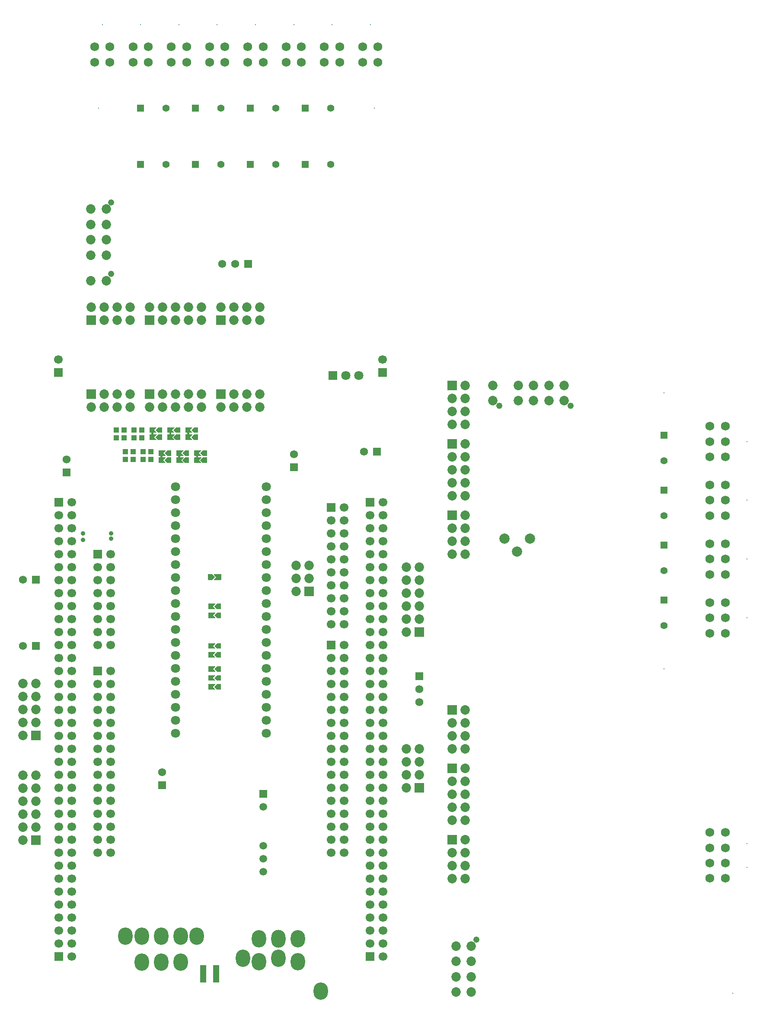
<source format=gbs>
G04*
G04 #@! TF.GenerationSoftware,Altium Limited,Altium Designer,25.8.1 (18)*
G04*
G04 Layer_Color=16711935*
%FSLAX25Y25*%
%MOIN*%
G70*
G04*
G04 #@! TF.SameCoordinates,F384F0F7-549D-428C-8488-93E715E2066E*
G04*
G04*
G04 #@! TF.FilePolarity,Negative*
G04*
G01*
G75*
%ADD81R,0.04343X0.04147*%
%ADD96R,0.07296X0.07296*%
%ADD97C,0.07296*%
%ADD98R,0.07296X0.07296*%
%ADD99R,0.06181X0.06181*%
%ADD100C,0.06181*%
%ADD101C,0.05871*%
%ADD102C,0.06800*%
%ADD103C,0.07119*%
%ADD104C,0.05524*%
%ADD105C,0.06693*%
%ADD106R,0.06693X0.06693*%
%ADD107R,0.06693X0.06693*%
%ADD108C,0.07099*%
%ADD109C,0.07874*%
%ADD110R,0.07119X0.07119*%
%ADD111R,0.06181X0.06181*%
%ADD112C,0.00800*%
%ADD113C,0.04816*%
%ADD114C,0.04800*%
%ADD115R,0.05524X0.05524*%
%ADD116R,0.05871X0.05871*%
%ADD117O,0.11024X0.13386*%
%ADD118O,0.11024X0.13780*%
%ADD119R,0.05524X0.05524*%
%ADD120C,0.03600*%
%ADD172R,0.04816X0.13280*%
G36*
X143535Y473580D02*
X143564Y473571D01*
X143592Y473557D01*
X143616Y473537D01*
X143635Y473513D01*
X143650Y473486D01*
X143659Y473456D01*
X143662Y473425D01*
Y469488D01*
X143659Y469457D01*
X143650Y469428D01*
X143635Y469400D01*
X143616Y469376D01*
X143592Y469357D01*
X143564Y469342D01*
X143535Y469333D01*
X143504Y469330D01*
X140654D01*
X140623Y469333D01*
X140594Y469342D01*
X140580Y469349D01*
X140566Y469357D01*
X140542Y469376D01*
X138574Y471345D01*
X138554Y471369D01*
X138540Y471396D01*
X138531Y471426D01*
X138528Y471457D01*
Y471457D01*
X138531Y471488D01*
X138540Y471517D01*
X138547Y471531D01*
X138554Y471545D01*
X138574Y471569D01*
X140542Y473537D01*
X140566Y473557D01*
X140594Y473571D01*
X140623Y473580D01*
X140654Y473583D01*
X140654Y473583D01*
X142126D01*
X143504Y473583D01*
X143535Y473580D01*
D02*
G37*
G36*
X129755D02*
X129785Y473571D01*
X129812Y473557D01*
X129836Y473537D01*
X129856Y473513D01*
X129871Y473486D01*
X129880Y473456D01*
X129883Y473425D01*
Y469488D01*
X129880Y469457D01*
X129871Y469428D01*
X129856Y469400D01*
X129836Y469376D01*
X129812Y469357D01*
X129785Y469342D01*
X129755Y469333D01*
X129724Y469330D01*
X126875D01*
X126844Y469333D01*
X126814Y469342D01*
X126801Y469349D01*
X126787Y469357D01*
X126763Y469376D01*
X124794Y471345D01*
X124775Y471369D01*
X124760Y471396D01*
X124751Y471426D01*
X124748Y471457D01*
Y471457D01*
X124751Y471488D01*
X124760Y471517D01*
X124767Y471531D01*
X124775Y471545D01*
X124794Y471569D01*
X126763Y473537D01*
X126787Y473557D01*
X126814Y473571D01*
X126844Y473580D01*
X126875Y473583D01*
X126875Y473583D01*
X128346D01*
X129724Y473583D01*
X129755Y473580D01*
D02*
G37*
G36*
X115976D02*
X116005Y473571D01*
X116033Y473557D01*
X116057Y473537D01*
X116076Y473513D01*
X116091Y473486D01*
X116100Y473456D01*
X116103Y473425D01*
Y469488D01*
X116100Y469457D01*
X116091Y469428D01*
X116076Y469400D01*
X116057Y469376D01*
X116033Y469357D01*
X116005Y469342D01*
X115976Y469333D01*
X115945Y469330D01*
X113095D01*
X113064Y469333D01*
X113035Y469342D01*
X113021Y469349D01*
X113007Y469357D01*
X112983Y469376D01*
X111015Y471345D01*
X110995Y471369D01*
X110981Y471396D01*
X110972Y471426D01*
X110968Y471457D01*
Y471457D01*
X110972Y471488D01*
X110981Y471517D01*
X110988Y471531D01*
X110995Y471545D01*
X111015Y471569D01*
X112983Y473537D01*
X113007Y473557D01*
X113035Y473571D01*
X113064Y473580D01*
X113095Y473583D01*
X113095Y473583D01*
X114567D01*
X115945Y473583D01*
X115976Y473580D01*
D02*
G37*
G36*
X143535Y468069D02*
X143564Y468060D01*
X143592Y468045D01*
X143616Y468025D01*
X143635Y468001D01*
X143650Y467974D01*
X143659Y467944D01*
X143662Y467913D01*
Y463976D01*
X143659Y463945D01*
X143650Y463916D01*
X143635Y463889D01*
X143616Y463865D01*
X143592Y463845D01*
X143564Y463830D01*
X143535Y463821D01*
X143504Y463818D01*
X140654D01*
X140623Y463821D01*
X140594Y463830D01*
X140580Y463837D01*
X140566Y463845D01*
X140542Y463865D01*
X138574Y465833D01*
X138554Y465857D01*
X138540Y465884D01*
X138531Y465914D01*
X138528Y465945D01*
Y465945D01*
X138531Y465976D01*
X138540Y466006D01*
X138547Y466019D01*
X138554Y466033D01*
X138574Y466057D01*
X140542Y468025D01*
X140566Y468045D01*
X140594Y468060D01*
X140623Y468069D01*
X140654Y468072D01*
X140654Y468072D01*
X142126D01*
X143504Y468072D01*
X143535Y468069D01*
D02*
G37*
G36*
X129755D02*
X129785Y468060D01*
X129812Y468045D01*
X129836Y468025D01*
X129856Y468001D01*
X129871Y467974D01*
X129880Y467944D01*
X129883Y467913D01*
Y463976D01*
X129880Y463945D01*
X129871Y463916D01*
X129856Y463889D01*
X129836Y463865D01*
X129812Y463845D01*
X129785Y463830D01*
X129755Y463821D01*
X129724Y463818D01*
X126875D01*
X126844Y463821D01*
X126814Y463830D01*
X126801Y463837D01*
X126787Y463845D01*
X126763Y463865D01*
X124794Y465833D01*
X124775Y465857D01*
X124760Y465884D01*
X124751Y465914D01*
X124748Y465945D01*
Y465945D01*
X124751Y465976D01*
X124760Y466006D01*
X124767Y466019D01*
X124775Y466033D01*
X124794Y466057D01*
X126763Y468025D01*
X126787Y468045D01*
X126814Y468060D01*
X126844Y468069D01*
X126875Y468072D01*
X126875Y468072D01*
X128346D01*
X129724Y468072D01*
X129755Y468069D01*
D02*
G37*
G36*
X115976D02*
X116005Y468060D01*
X116033Y468045D01*
X116057Y468025D01*
X116076Y468001D01*
X116091Y467974D01*
X116100Y467944D01*
X116103Y467913D01*
Y463976D01*
X116100Y463945D01*
X116091Y463916D01*
X116076Y463889D01*
X116057Y463865D01*
X116033Y463845D01*
X116005Y463830D01*
X115976Y463821D01*
X115945Y463818D01*
X113095D01*
X113064Y463821D01*
X113035Y463830D01*
X113021Y463837D01*
X113007Y463845D01*
X112983Y463865D01*
X111015Y465833D01*
X110995Y465857D01*
X110981Y465884D01*
X110972Y465914D01*
X110968Y465945D01*
Y465945D01*
X110972Y465976D01*
X110981Y466006D01*
X110988Y466019D01*
X110995Y466033D01*
X111015Y466057D01*
X112983Y468025D01*
X113007Y468045D01*
X113035Y468060D01*
X113064Y468069D01*
X113095Y468072D01*
X113095Y468072D01*
X114567D01*
X115945Y468072D01*
X115976Y468069D01*
D02*
G37*
G36*
X139298Y473580D02*
X139328Y473571D01*
X139355Y473557D01*
X139379Y473537D01*
X139399Y473513D01*
X139413Y473486D01*
X139422Y473456D01*
X139425Y473425D01*
X139422Y473394D01*
X139413Y473365D01*
X139399Y473337D01*
X139379Y473313D01*
X137522Y471457D01*
X139379Y469600D01*
X139399Y469576D01*
X139413Y469549D01*
X139422Y469519D01*
X139425Y469488D01*
X139422Y469457D01*
X139413Y469428D01*
X139399Y469400D01*
X139379Y469376D01*
X139355Y469357D01*
X139327Y469342D01*
X139298Y469333D01*
X139267Y469330D01*
X136845D01*
Y468072D01*
X139267D01*
X139298Y468069D01*
X139328Y468060D01*
X139355Y468045D01*
X139379Y468025D01*
X139399Y468001D01*
X139413Y467974D01*
X139422Y467944D01*
X139425Y467913D01*
X139422Y467882D01*
X139413Y467853D01*
X139399Y467826D01*
X139379Y467802D01*
X137522Y465945D01*
X139379Y464088D01*
X139399Y464064D01*
X139413Y464037D01*
X139422Y464007D01*
X139425Y463976D01*
X139422Y463945D01*
X139413Y463916D01*
X139406Y463902D01*
X139399Y463889D01*
X139379Y463865D01*
X139355Y463845D01*
X139341Y463837D01*
X139328Y463830D01*
X139298Y463821D01*
X139267Y463818D01*
X134055D01*
X134024Y463821D01*
X133995Y463830D01*
X133967Y463845D01*
X133943Y463865D01*
X133923Y463889D01*
X133909Y463916D01*
X133900Y463945D01*
X133897Y463976D01*
Y467913D01*
X133900Y467944D01*
X133909Y467974D01*
X133923Y468001D01*
X133943Y468025D01*
X133967Y468045D01*
X133995Y468060D01*
X134024Y468069D01*
X134055Y468072D01*
X135280D01*
Y469330D01*
X134055D01*
X134024Y469333D01*
X133995Y469342D01*
X133967Y469357D01*
X133943Y469376D01*
X133923Y469400D01*
X133909Y469428D01*
X133900Y469457D01*
X133897Y469488D01*
Y473425D01*
X133900Y473456D01*
X133909Y473486D01*
X133923Y473513D01*
X133943Y473537D01*
X133967Y473557D01*
X133995Y473571D01*
X134024Y473580D01*
X134055Y473583D01*
X139267D01*
X139298Y473580D01*
D02*
G37*
G36*
X125518D02*
X125548Y473571D01*
X125575Y473557D01*
X125599Y473537D01*
X125619Y473513D01*
X125634Y473486D01*
X125643Y473456D01*
X125646Y473425D01*
X125643Y473394D01*
X125634Y473365D01*
X125619Y473337D01*
X125599Y473313D01*
X123743Y471457D01*
X125599Y469600D01*
X125619Y469576D01*
X125634Y469549D01*
X125643Y469519D01*
X125646Y469488D01*
X125643Y469457D01*
X125634Y469428D01*
X125619Y469400D01*
X125599Y469376D01*
X125575Y469357D01*
X125548Y469342D01*
X125518Y469333D01*
X125487Y469330D01*
X123065D01*
Y468072D01*
X125487D01*
X125518Y468069D01*
X125548Y468060D01*
X125575Y468045D01*
X125599Y468025D01*
X125619Y468001D01*
X125634Y467974D01*
X125643Y467944D01*
X125646Y467913D01*
X125643Y467882D01*
X125634Y467853D01*
X125619Y467826D01*
X125599Y467802D01*
X123743Y465945D01*
X125599Y464088D01*
X125619Y464064D01*
X125634Y464037D01*
X125643Y464007D01*
X125646Y463976D01*
X125643Y463945D01*
X125634Y463916D01*
X125626Y463902D01*
X125619Y463889D01*
X125599Y463865D01*
X125575Y463845D01*
X125562Y463837D01*
X125548Y463830D01*
X125518Y463821D01*
X125487Y463818D01*
X120276D01*
X120245Y463821D01*
X120215Y463830D01*
X120188Y463845D01*
X120164Y463865D01*
X120144Y463889D01*
X120129Y463916D01*
X120120Y463945D01*
X120117Y463976D01*
Y467913D01*
X120120Y467944D01*
X120129Y467974D01*
X120144Y468001D01*
X120164Y468025D01*
X120188Y468045D01*
X120215Y468060D01*
X120245Y468069D01*
X120276Y468072D01*
X121501D01*
Y469330D01*
X120276D01*
X120245Y469333D01*
X120215Y469342D01*
X120188Y469357D01*
X120164Y469376D01*
X120144Y469400D01*
X120129Y469428D01*
X120120Y469457D01*
X120117Y469488D01*
Y473425D01*
X120120Y473456D01*
X120129Y473486D01*
X120144Y473513D01*
X120164Y473537D01*
X120188Y473557D01*
X120215Y473571D01*
X120245Y473580D01*
X120276Y473583D01*
X125487D01*
X125518Y473580D01*
D02*
G37*
G36*
X111739D02*
X111768Y473571D01*
X111796Y473557D01*
X111820Y473537D01*
X111839Y473513D01*
X111854Y473486D01*
X111863Y473456D01*
X111866Y473425D01*
X111863Y473394D01*
X111854Y473365D01*
X111839Y473337D01*
X111820Y473313D01*
X109963Y471457D01*
X111820Y469600D01*
X111839Y469576D01*
X111854Y469549D01*
X111863Y469519D01*
X111866Y469488D01*
X111863Y469457D01*
X111854Y469428D01*
X111839Y469400D01*
X111820Y469376D01*
X111796Y469357D01*
X111768Y469342D01*
X111739Y469333D01*
X111708Y469330D01*
X109286D01*
Y468072D01*
X111708D01*
X111739Y468069D01*
X111768Y468060D01*
X111796Y468045D01*
X111820Y468025D01*
X111839Y468001D01*
X111854Y467974D01*
X111863Y467944D01*
X111866Y467913D01*
X111863Y467882D01*
X111854Y467853D01*
X111839Y467826D01*
X111820Y467802D01*
X109963Y465945D01*
X111820Y464088D01*
X111839Y464064D01*
X111854Y464037D01*
X111863Y464007D01*
X111866Y463976D01*
X111863Y463945D01*
X111854Y463916D01*
X111847Y463902D01*
X111839Y463889D01*
X111820Y463865D01*
X111796Y463845D01*
X111782Y463837D01*
X111768Y463830D01*
X111739Y463821D01*
X111708Y463818D01*
X106496D01*
X106465Y463821D01*
X106436Y463830D01*
X106408Y463845D01*
X106384Y463865D01*
X106365Y463889D01*
X106350Y463916D01*
X106341Y463945D01*
X106338Y463976D01*
Y467913D01*
X106341Y467944D01*
X106350Y467974D01*
X106365Y468001D01*
X106384Y468025D01*
X106408Y468045D01*
X106436Y468060D01*
X106465Y468069D01*
X106496Y468072D01*
X107721D01*
Y469330D01*
X106496D01*
X106465Y469333D01*
X106436Y469342D01*
X106408Y469357D01*
X106384Y469376D01*
X106365Y469400D01*
X106350Y469428D01*
X106341Y469457D01*
X106338Y469488D01*
Y473425D01*
X106341Y473456D01*
X106350Y473486D01*
X106365Y473513D01*
X106384Y473537D01*
X106408Y473557D01*
X106436Y473571D01*
X106465Y473580D01*
X106496Y473583D01*
X111708D01*
X111739Y473580D01*
D02*
G37*
G36*
X150425Y455864D02*
X150454Y455855D01*
X150482Y455840D01*
X150506Y455821D01*
X150525Y455797D01*
X150540Y455769D01*
X150549Y455739D01*
X150552Y455709D01*
Y451772D01*
X150549Y451741D01*
X150540Y451711D01*
X150525Y451684D01*
X150506Y451660D01*
X150482Y451640D01*
X150454Y451625D01*
X150425Y451616D01*
X150394Y451613D01*
X147544D01*
X147513Y451616D01*
X147484Y451625D01*
X147470Y451633D01*
X147456Y451640D01*
X147432Y451660D01*
X145464Y453628D01*
X145444Y453652D01*
X145429Y453680D01*
X145420Y453709D01*
X145417Y453740D01*
Y453740D01*
X145420Y453771D01*
X145429Y453801D01*
X145437Y453814D01*
X145444Y453828D01*
X145464Y453852D01*
X147432Y455821D01*
X147456Y455840D01*
X147484Y455855D01*
X147513Y455864D01*
X147544Y455867D01*
X147544Y455867D01*
X149016D01*
X150394Y455867D01*
X150425Y455864D01*
D02*
G37*
G36*
X136645D02*
X136675Y455855D01*
X136702Y455840D01*
X136726Y455821D01*
X136746Y455797D01*
X136760Y455769D01*
X136769Y455739D01*
X136772Y455709D01*
Y451772D01*
X136769Y451741D01*
X136760Y451711D01*
X136746Y451684D01*
X136726Y451660D01*
X136702Y451640D01*
X136675Y451625D01*
X136645Y451616D01*
X136614Y451613D01*
X133765D01*
X133734Y451616D01*
X133704Y451625D01*
X133690Y451633D01*
X133677Y451640D01*
X133653Y451660D01*
X131684Y453628D01*
X131665Y453652D01*
X131650Y453680D01*
X131641Y453709D01*
X131638Y453740D01*
Y453740D01*
X131641Y453771D01*
X131650Y453801D01*
X131657Y453814D01*
X131665Y453828D01*
X131684Y453852D01*
X133653Y455821D01*
X133677Y455840D01*
X133704Y455855D01*
X133734Y455864D01*
X133765Y455867D01*
X133765Y455867D01*
X135236D01*
X136614Y455867D01*
X136645Y455864D01*
D02*
G37*
G36*
X122865D02*
X122895Y455855D01*
X122923Y455840D01*
X122947Y455821D01*
X122966Y455797D01*
X122981Y455769D01*
X122990Y455739D01*
X122993Y455709D01*
Y451772D01*
X122990Y451741D01*
X122981Y451711D01*
X122966Y451684D01*
X122947Y451660D01*
X122923Y451640D01*
X122895Y451625D01*
X122865Y451616D01*
X122835Y451613D01*
X119985D01*
X119954Y451616D01*
X119924Y451625D01*
X119911Y451633D01*
X119897Y451640D01*
X119873Y451660D01*
X117905Y453628D01*
X117885Y453652D01*
X117870Y453680D01*
X117861Y453709D01*
X117858Y453740D01*
Y453740D01*
X117861Y453771D01*
X117870Y453801D01*
X117878Y453814D01*
X117885Y453828D01*
X117905Y453852D01*
X119873Y455821D01*
X119897Y455840D01*
X119924Y455855D01*
X119954Y455864D01*
X119985Y455867D01*
X119985Y455867D01*
X121457D01*
X122835Y455867D01*
X122865Y455864D01*
D02*
G37*
G36*
X150425Y450352D02*
X150454Y450343D01*
X150482Y450328D01*
X150506Y450309D01*
X150525Y450285D01*
X150540Y450257D01*
X150549Y450228D01*
X150552Y450197D01*
Y446260D01*
X150549Y446229D01*
X150540Y446199D01*
X150525Y446172D01*
X150506Y446148D01*
X150482Y446128D01*
X150454Y446114D01*
X150425Y446105D01*
X150394Y446102D01*
X147544D01*
X147513Y446105D01*
X147484Y446114D01*
X147470Y446121D01*
X147456Y446128D01*
X147432Y446148D01*
X145464Y448116D01*
X145444Y448140D01*
X145429Y448168D01*
X145420Y448198D01*
X145417Y448228D01*
Y448228D01*
X145420Y448259D01*
X145429Y448289D01*
X145437Y448303D01*
X145444Y448316D01*
X145464Y448340D01*
X147432Y450309D01*
X147456Y450328D01*
X147484Y450343D01*
X147513Y450352D01*
X147544Y450355D01*
X147544Y450355D01*
X149016D01*
X150394Y450355D01*
X150425Y450352D01*
D02*
G37*
G36*
X136645D02*
X136675Y450343D01*
X136702Y450328D01*
X136726Y450309D01*
X136746Y450285D01*
X136760Y450257D01*
X136769Y450228D01*
X136772Y450197D01*
Y446260D01*
X136769Y446229D01*
X136760Y446199D01*
X136746Y446172D01*
X136726Y446148D01*
X136702Y446128D01*
X136675Y446114D01*
X136645Y446105D01*
X136614Y446102D01*
X133765D01*
X133734Y446105D01*
X133704Y446114D01*
X133690Y446121D01*
X133677Y446128D01*
X133653Y446148D01*
X131684Y448116D01*
X131665Y448140D01*
X131650Y448168D01*
X131641Y448198D01*
X131638Y448228D01*
Y448228D01*
X131641Y448259D01*
X131650Y448289D01*
X131657Y448303D01*
X131665Y448316D01*
X131684Y448340D01*
X133653Y450309D01*
X133677Y450328D01*
X133704Y450343D01*
X133734Y450352D01*
X133765Y450355D01*
X133765Y450355D01*
X135236D01*
X136614Y450355D01*
X136645Y450352D01*
D02*
G37*
G36*
X122865D02*
X122895Y450343D01*
X122923Y450328D01*
X122947Y450309D01*
X122966Y450285D01*
X122981Y450257D01*
X122990Y450228D01*
X122993Y450197D01*
Y446260D01*
X122990Y446229D01*
X122981Y446199D01*
X122966Y446172D01*
X122947Y446148D01*
X122923Y446128D01*
X122895Y446114D01*
X122865Y446105D01*
X122835Y446102D01*
X119985D01*
X119954Y446105D01*
X119924Y446114D01*
X119911Y446121D01*
X119897Y446128D01*
X119873Y446148D01*
X117905Y448116D01*
X117885Y448140D01*
X117870Y448168D01*
X117861Y448198D01*
X117858Y448228D01*
Y448228D01*
X117861Y448259D01*
X117870Y448289D01*
X117878Y448303D01*
X117885Y448316D01*
X117905Y448340D01*
X119873Y450309D01*
X119897Y450328D01*
X119924Y450343D01*
X119954Y450352D01*
X119985Y450355D01*
X119985Y450355D01*
X121457D01*
X122835Y450355D01*
X122865Y450352D01*
D02*
G37*
G36*
X146187Y455864D02*
X146217Y455855D01*
X146245Y455840D01*
X146269Y455821D01*
X146288Y455797D01*
X146303Y455769D01*
X146312Y455739D01*
X146315Y455709D01*
X146312Y455678D01*
X146303Y455648D01*
X146288Y455621D01*
X146269Y455597D01*
X144412Y453740D01*
X146269Y451884D01*
X146288Y451860D01*
X146303Y451832D01*
X146312Y451802D01*
X146315Y451772D01*
X146312Y451741D01*
X146303Y451711D01*
X146288Y451684D01*
X146269Y451660D01*
X146245Y451640D01*
X146217Y451625D01*
X146187Y451616D01*
X146157Y451613D01*
X143735D01*
Y450355D01*
X146157D01*
X146187Y450352D01*
X146217Y450343D01*
X146245Y450328D01*
X146269Y450309D01*
X146288Y450285D01*
X146303Y450257D01*
X146312Y450228D01*
X146315Y450197D01*
X146312Y450166D01*
X146303Y450136D01*
X146288Y450109D01*
X146269Y450085D01*
X144412Y448228D01*
X146269Y446372D01*
X146288Y446348D01*
X146303Y446320D01*
X146312Y446291D01*
X146315Y446260D01*
X146312Y446229D01*
X146303Y446199D01*
X146296Y446186D01*
X146288Y446172D01*
X146269Y446148D01*
X146245Y446128D01*
X146231Y446121D01*
X146217Y446114D01*
X146187Y446105D01*
X146157Y446102D01*
X140945D01*
X140914Y446105D01*
X140884Y446114D01*
X140857Y446128D01*
X140833Y446148D01*
X140813Y446172D01*
X140799Y446199D01*
X140790Y446229D01*
X140787Y446260D01*
Y450197D01*
X140790Y450228D01*
X140799Y450257D01*
X140813Y450285D01*
X140833Y450309D01*
X140857Y450328D01*
X140884Y450343D01*
X140914Y450352D01*
X140945Y450355D01*
X142170D01*
Y451613D01*
X140945D01*
X140914Y451616D01*
X140884Y451625D01*
X140857Y451640D01*
X140833Y451660D01*
X140813Y451684D01*
X140799Y451711D01*
X140790Y451741D01*
X140787Y451772D01*
Y455709D01*
X140790Y455739D01*
X140799Y455769D01*
X140813Y455797D01*
X140833Y455821D01*
X140857Y455840D01*
X140884Y455855D01*
X140914Y455864D01*
X140945Y455867D01*
X146157D01*
X146187Y455864D01*
D02*
G37*
G36*
X132408D02*
X132438Y455855D01*
X132465Y455840D01*
X132489Y455821D01*
X132509Y455797D01*
X132523Y455769D01*
X132532Y455739D01*
X132535Y455709D01*
X132532Y455678D01*
X132523Y455648D01*
X132509Y455621D01*
X132489Y455597D01*
X130632Y453740D01*
X132489Y451884D01*
X132509Y451860D01*
X132523Y451832D01*
X132532Y451802D01*
X132535Y451772D01*
X132532Y451741D01*
X132523Y451711D01*
X132509Y451684D01*
X132489Y451660D01*
X132465Y451640D01*
X132438Y451625D01*
X132408Y451616D01*
X132377Y451613D01*
X129955D01*
Y450355D01*
X132377D01*
X132408Y450352D01*
X132438Y450343D01*
X132465Y450328D01*
X132489Y450309D01*
X132509Y450285D01*
X132523Y450257D01*
X132532Y450228D01*
X132535Y450197D01*
X132532Y450166D01*
X132523Y450136D01*
X132509Y450109D01*
X132489Y450085D01*
X130632Y448228D01*
X132489Y446372D01*
X132509Y446348D01*
X132523Y446320D01*
X132532Y446291D01*
X132535Y446260D01*
X132532Y446229D01*
X132523Y446199D01*
X132516Y446186D01*
X132509Y446172D01*
X132489Y446148D01*
X132465Y446128D01*
X132451Y446121D01*
X132438Y446114D01*
X132408Y446105D01*
X132377Y446102D01*
X127165D01*
X127135Y446105D01*
X127105Y446114D01*
X127077Y446128D01*
X127053Y446148D01*
X127034Y446172D01*
X127019Y446199D01*
X127010Y446229D01*
X127007Y446260D01*
Y450197D01*
X127010Y450228D01*
X127019Y450257D01*
X127034Y450285D01*
X127053Y450309D01*
X127077Y450328D01*
X127105Y450343D01*
X127135Y450352D01*
X127165Y450355D01*
X128390D01*
Y451613D01*
X127165D01*
X127135Y451616D01*
X127105Y451625D01*
X127077Y451640D01*
X127053Y451660D01*
X127034Y451684D01*
X127019Y451711D01*
X127010Y451741D01*
X127007Y451772D01*
Y455709D01*
X127010Y455739D01*
X127019Y455769D01*
X127034Y455797D01*
X127053Y455821D01*
X127077Y455840D01*
X127105Y455855D01*
X127135Y455864D01*
X127165Y455867D01*
X132377D01*
X132408Y455864D01*
D02*
G37*
G36*
X118629D02*
X118658Y455855D01*
X118685Y455840D01*
X118710Y455821D01*
X118729Y455797D01*
X118744Y455769D01*
X118753Y455739D01*
X118756Y455709D01*
X118753Y455678D01*
X118744Y455648D01*
X118729Y455621D01*
X118710Y455597D01*
X116853Y453740D01*
X118710Y451884D01*
X118729Y451860D01*
X118744Y451832D01*
X118753Y451802D01*
X118756Y451772D01*
X118753Y451741D01*
X118744Y451711D01*
X118729Y451684D01*
X118710Y451660D01*
X118685Y451640D01*
X118658Y451625D01*
X118629Y451616D01*
X118598Y451613D01*
X116176D01*
Y450355D01*
X118598D01*
X118629Y450352D01*
X118658Y450343D01*
X118685Y450328D01*
X118710Y450309D01*
X118729Y450285D01*
X118744Y450257D01*
X118753Y450228D01*
X118756Y450197D01*
X118753Y450166D01*
X118744Y450136D01*
X118729Y450109D01*
X118710Y450085D01*
X116853Y448228D01*
X118710Y446372D01*
X118729Y446348D01*
X118744Y446320D01*
X118753Y446291D01*
X118756Y446260D01*
X118753Y446229D01*
X118744Y446199D01*
X118737Y446186D01*
X118729Y446172D01*
X118710Y446148D01*
X118685Y446128D01*
X118672Y446121D01*
X118658Y446114D01*
X118629Y446105D01*
X118598Y446102D01*
X113386D01*
X113355Y446105D01*
X113325Y446114D01*
X113298Y446128D01*
X113274Y446148D01*
X113254Y446172D01*
X113240Y446199D01*
X113231Y446229D01*
X113228Y446260D01*
Y450197D01*
X113231Y450228D01*
X113240Y450257D01*
X113254Y450285D01*
X113274Y450309D01*
X113298Y450328D01*
X113325Y450343D01*
X113355Y450352D01*
X113386Y450355D01*
X114611D01*
Y451613D01*
X113386D01*
X113355Y451616D01*
X113325Y451625D01*
X113298Y451640D01*
X113274Y451660D01*
X113254Y451684D01*
X113240Y451711D01*
X113231Y451741D01*
X113228Y451772D01*
Y455709D01*
X113231Y455739D01*
X113240Y455769D01*
X113254Y455797D01*
X113274Y455821D01*
X113298Y455840D01*
X113325Y455855D01*
X113355Y455864D01*
X113386Y455867D01*
X118598D01*
X118629Y455864D01*
D02*
G37*
G36*
X161273Y360634D02*
X161324Y360623D01*
X161374Y360607D01*
X161421Y360583D01*
X161465Y360554D01*
X161504Y360520D01*
X161539Y360480D01*
X161568Y360437D01*
X161591Y360390D01*
X161608Y360340D01*
X161618Y360289D01*
X161621Y360236D01*
Y356299D01*
X161618Y356247D01*
X161608Y356195D01*
X161591Y356146D01*
X161568Y356099D01*
X161539Y356055D01*
X161504Y356016D01*
X161465Y355981D01*
X161421Y355952D01*
X161374Y355929D01*
X161324Y355912D01*
X161273Y355902D01*
X161221Y355898D01*
X156299D01*
X156247Y355902D01*
X156195Y355912D01*
X156146Y355929D01*
X156099Y355952D01*
X156055Y355981D01*
X156016Y356016D01*
X155981Y356055D01*
X155952Y356099D01*
X155929Y356146D01*
X155912Y356195D01*
X155902Y356247D01*
X155898Y356299D01*
X155902Y356351D01*
X155912Y356403D01*
X155929Y356453D01*
X155952Y356500D01*
X155981Y356543D01*
X156016Y356583D01*
X157701Y358268D01*
X156016Y359953D01*
X155981Y359992D01*
X155952Y360036D01*
X155929Y360083D01*
X155912Y360133D01*
X155902Y360184D01*
X155898Y360236D01*
X155902Y360289D01*
X155912Y360340D01*
X155929Y360390D01*
X155952Y360437D01*
X155981Y360480D01*
X156016Y360520D01*
X156055Y360554D01*
X156099Y360583D01*
X156146Y360607D01*
X156195Y360623D01*
X156247Y360634D01*
X156299Y360637D01*
X161221D01*
X161273Y360634D01*
D02*
G37*
G36*
X154580D02*
X154631Y360623D01*
X154681Y360607D01*
X154728Y360583D01*
X154772Y360554D01*
X154811Y360520D01*
X156780Y358551D01*
X156814Y358512D01*
X156843Y358468D01*
X156866Y358421D01*
X156883Y358371D01*
X156894Y358320D01*
X156897Y358268D01*
X156894Y358215D01*
X156883Y358164D01*
X156866Y358114D01*
X156859Y358099D01*
X156843Y358067D01*
X156814Y358024D01*
X156780Y357984D01*
X154811Y356016D01*
X154772Y355981D01*
X154728Y355952D01*
X154681Y355929D01*
X154631Y355912D01*
X154580Y355902D01*
X154528Y355898D01*
X151772Y355898D01*
X151719Y355902D01*
X151668Y355912D01*
X151618Y355929D01*
X151571Y355952D01*
X151528Y355981D01*
X151488Y356016D01*
X151454Y356055D01*
X151425Y356099D01*
X151401Y356146D01*
X151384Y356195D01*
X151374Y356247D01*
X151371Y356299D01*
Y360236D01*
X151374Y360289D01*
X151384Y360340D01*
X151401Y360390D01*
X151425Y360437D01*
X151454Y360480D01*
X151488Y360520D01*
X151528Y360554D01*
X151571Y360583D01*
X151618Y360607D01*
X151668Y360623D01*
X151719Y360634D01*
X151772Y360637D01*
X154528D01*
X154580Y360634D01*
D02*
G37*
G36*
X161251Y337754D02*
X161281Y337745D01*
X161308Y337730D01*
X161332Y337710D01*
X161352Y337686D01*
X161367Y337659D01*
X161376Y337629D01*
X161379Y337598D01*
Y333661D01*
X161376Y333630D01*
X161367Y333601D01*
X161352Y333574D01*
X161332Y333549D01*
X161308Y333530D01*
X161281Y333515D01*
X161251Y333506D01*
X161221Y333503D01*
X158371D01*
X158340Y333506D01*
X158310Y333515D01*
X158297Y333523D01*
X158283Y333530D01*
X158259Y333549D01*
X156290Y335518D01*
X156271Y335542D01*
X156256Y335569D01*
X156247Y335599D01*
X156244Y335630D01*
Y335630D01*
X156247Y335661D01*
X156256Y335690D01*
X156263Y335704D01*
X156271Y335718D01*
X156290Y335742D01*
X158259Y337710D01*
X158283Y337730D01*
X158310Y337745D01*
X158340Y337754D01*
X158371Y337757D01*
X158371Y337757D01*
X159843D01*
X161221Y337757D01*
X161251Y337754D01*
D02*
G37*
G36*
X157014D02*
X157044Y337745D01*
X157071Y337730D01*
X157095Y337710D01*
X157115Y337686D01*
X157130Y337659D01*
X157139Y337629D01*
X157142Y337598D01*
X157139Y337567D01*
X157130Y337538D01*
X157115Y337510D01*
X157095Y337487D01*
X155239Y335630D01*
X157095Y333773D01*
X157115Y333749D01*
X157130Y333722D01*
X157139Y333692D01*
X157142Y333661D01*
X157139Y333630D01*
X157130Y333601D01*
X157115Y333574D01*
X157095Y333549D01*
X157071Y333530D01*
X157044Y333515D01*
X157014Y333506D01*
X156983Y333503D01*
X151772D01*
X151741Y333506D01*
X151711Y333515D01*
X151684Y333530D01*
X151660Y333549D01*
X151640Y333574D01*
X151626Y333601D01*
X151617Y333630D01*
X151613Y333661D01*
Y337598D01*
X151617Y337629D01*
X151626Y337659D01*
X151640Y337686D01*
X151660Y337710D01*
X151684Y337730D01*
X151711Y337745D01*
X151741Y337754D01*
X151772Y337757D01*
X156983D01*
X157014Y337754D01*
D02*
G37*
G36*
X161251Y330864D02*
X161281Y330855D01*
X161308Y330840D01*
X161332Y330820D01*
X161352Y330797D01*
X161367Y330769D01*
X161376Y330739D01*
X161379Y330709D01*
Y326772D01*
X161376Y326741D01*
X161367Y326711D01*
X161352Y326684D01*
X161332Y326660D01*
X161308Y326640D01*
X161281Y326625D01*
X161251Y326616D01*
X161221Y326613D01*
X158371D01*
X158340Y326616D01*
X158310Y326625D01*
X158297Y326633D01*
X158283Y326640D01*
X158259Y326660D01*
X156290Y328628D01*
X156271Y328652D01*
X156256Y328680D01*
X156247Y328709D01*
X156244Y328740D01*
Y328740D01*
X156247Y328771D01*
X156256Y328801D01*
X156263Y328814D01*
X156271Y328828D01*
X156290Y328852D01*
X158259Y330820D01*
X158283Y330840D01*
X158310Y330855D01*
X158340Y330864D01*
X158371Y330867D01*
X158371Y330867D01*
X159843D01*
X161221Y330867D01*
X161251Y330864D01*
D02*
G37*
G36*
X157014D02*
X157044Y330855D01*
X157071Y330840D01*
X157095Y330820D01*
X157115Y330797D01*
X157130Y330769D01*
X157139Y330739D01*
X157142Y330709D01*
X157139Y330678D01*
X157130Y330648D01*
X157115Y330621D01*
X157095Y330597D01*
X155239Y328740D01*
X157095Y326884D01*
X157115Y326860D01*
X157130Y326832D01*
X157139Y326802D01*
X157142Y326772D01*
X157139Y326741D01*
X157130Y326711D01*
X157115Y326684D01*
X157095Y326660D01*
X157071Y326640D01*
X157044Y326625D01*
X157014Y326616D01*
X156983Y326613D01*
X151772D01*
X151741Y326616D01*
X151711Y326625D01*
X151684Y326640D01*
X151660Y326660D01*
X151640Y326684D01*
X151626Y326711D01*
X151617Y326741D01*
X151613Y326772D01*
Y330709D01*
X151617Y330739D01*
X151626Y330769D01*
X151640Y330797D01*
X151660Y330820D01*
X151684Y330840D01*
X151711Y330855D01*
X151741Y330864D01*
X151772Y330867D01*
X156983D01*
X157014Y330864D01*
D02*
G37*
G36*
X161251Y307242D02*
X161281Y307233D01*
X161308Y307218D01*
X161332Y307199D01*
X161352Y307174D01*
X161367Y307147D01*
X161376Y307118D01*
X161379Y307087D01*
Y303150D01*
X161376Y303119D01*
X161367Y303089D01*
X161352Y303062D01*
X161332Y303038D01*
X161308Y303018D01*
X161281Y303003D01*
X161251Y302994D01*
X161221Y302991D01*
X158371D01*
X158340Y302994D01*
X158310Y303003D01*
X158297Y303011D01*
X158283Y303018D01*
X158259Y303038D01*
X156290Y305006D01*
X156271Y305030D01*
X156256Y305058D01*
X156247Y305087D01*
X156244Y305118D01*
Y305118D01*
X156247Y305149D01*
X156256Y305179D01*
X156263Y305192D01*
X156271Y305206D01*
X156290Y305230D01*
X158259Y307199D01*
X158283Y307218D01*
X158310Y307233D01*
X158340Y307242D01*
X158371Y307245D01*
X158371Y307245D01*
X159843D01*
X161221Y307245D01*
X161251Y307242D01*
D02*
G37*
G36*
X157014D02*
X157044Y307233D01*
X157071Y307218D01*
X157095Y307199D01*
X157115Y307174D01*
X157130Y307147D01*
X157139Y307118D01*
X157142Y307087D01*
X157139Y307056D01*
X157130Y307026D01*
X157115Y306999D01*
X157095Y306975D01*
X155239Y305118D01*
X157095Y303261D01*
X157115Y303238D01*
X157130Y303210D01*
X157139Y303181D01*
X157142Y303150D01*
X157139Y303119D01*
X157130Y303089D01*
X157115Y303062D01*
X157095Y303038D01*
X157071Y303018D01*
X157044Y303003D01*
X157014Y302994D01*
X156983Y302991D01*
X151772D01*
X151741Y302994D01*
X151711Y303003D01*
X151684Y303018D01*
X151660Y303038D01*
X151640Y303062D01*
X151626Y303089D01*
X151616Y303119D01*
X151613Y303150D01*
Y307087D01*
X151616Y307118D01*
X151626Y307147D01*
X151640Y307174D01*
X151660Y307199D01*
X151684Y307218D01*
X151711Y307233D01*
X151741Y307242D01*
X151772Y307245D01*
X156983D01*
X157014Y307242D01*
D02*
G37*
G36*
X161251Y300352D02*
X161281Y300343D01*
X161308Y300328D01*
X161332Y300309D01*
X161352Y300285D01*
X161367Y300257D01*
X161376Y300228D01*
X161379Y300197D01*
Y296260D01*
X161376Y296229D01*
X161367Y296199D01*
X161352Y296172D01*
X161332Y296148D01*
X161308Y296128D01*
X161281Y296114D01*
X161251Y296105D01*
X161221Y296102D01*
X158371D01*
X158340Y296105D01*
X158310Y296114D01*
X158297Y296121D01*
X158283Y296128D01*
X158259Y296148D01*
X156290Y298116D01*
X156271Y298140D01*
X156256Y298168D01*
X156247Y298198D01*
X156244Y298228D01*
Y298228D01*
X156247Y298259D01*
X156256Y298289D01*
X156263Y298303D01*
X156271Y298316D01*
X156290Y298340D01*
X158259Y300309D01*
X158283Y300328D01*
X158310Y300343D01*
X158340Y300352D01*
X158371Y300355D01*
X158371Y300355D01*
X159843D01*
X161221Y300355D01*
X161251Y300352D01*
D02*
G37*
G36*
X157014D02*
X157044Y300343D01*
X157071Y300328D01*
X157095Y300309D01*
X157115Y300285D01*
X157130Y300257D01*
X157139Y300228D01*
X157142Y300197D01*
X157139Y300166D01*
X157130Y300136D01*
X157115Y300109D01*
X157095Y300085D01*
X155239Y298228D01*
X157095Y296372D01*
X157115Y296348D01*
X157130Y296320D01*
X157139Y296291D01*
X157142Y296260D01*
X157139Y296229D01*
X157130Y296199D01*
X157115Y296172D01*
X157095Y296148D01*
X157071Y296128D01*
X157044Y296114D01*
X157014Y296105D01*
X156983Y296102D01*
X151772D01*
X151741Y296105D01*
X151711Y296114D01*
X151684Y296128D01*
X151660Y296148D01*
X151640Y296172D01*
X151626Y296199D01*
X151616Y296229D01*
X151613Y296260D01*
Y300197D01*
X151616Y300228D01*
X151626Y300257D01*
X151640Y300285D01*
X151660Y300309D01*
X151684Y300328D01*
X151711Y300343D01*
X151741Y300352D01*
X151772Y300355D01*
X156983D01*
X157014Y300352D01*
D02*
G37*
G36*
X161251Y289525D02*
X161281Y289516D01*
X161308Y289502D01*
X161332Y289482D01*
X161352Y289458D01*
X161367Y289431D01*
X161376Y289401D01*
X161379Y289370D01*
Y285433D01*
X161376Y285402D01*
X161367Y285372D01*
X161352Y285345D01*
X161332Y285321D01*
X161308Y285301D01*
X161281Y285287D01*
X161251Y285278D01*
X161221Y285275D01*
X158371D01*
X158340Y285278D01*
X158310Y285287D01*
X158297Y285294D01*
X158283Y285301D01*
X158259Y285321D01*
X156290Y287290D01*
X156271Y287314D01*
X156256Y287341D01*
X156247Y287371D01*
X156244Y287402D01*
Y287402D01*
X156247Y287432D01*
X156256Y287462D01*
X156263Y287476D01*
X156271Y287490D01*
X156290Y287513D01*
X158259Y289482D01*
X158283Y289502D01*
X158310Y289516D01*
X158340Y289525D01*
X158371Y289528D01*
X158371Y289528D01*
X159843D01*
X161221Y289528D01*
X161251Y289525D01*
D02*
G37*
G36*
X157014D02*
X157044Y289516D01*
X157071Y289502D01*
X157095Y289482D01*
X157115Y289458D01*
X157130Y289431D01*
X157139Y289401D01*
X157142Y289370D01*
X157139Y289339D01*
X157130Y289310D01*
X157115Y289282D01*
X157095Y289258D01*
X155239Y287402D01*
X157095Y285545D01*
X157115Y285521D01*
X157130Y285494D01*
X157139Y285464D01*
X157142Y285433D01*
X157139Y285402D01*
X157130Y285372D01*
X157115Y285345D01*
X157095Y285321D01*
X157071Y285301D01*
X157044Y285287D01*
X157014Y285278D01*
X156983Y285275D01*
X151772D01*
X151741Y285278D01*
X151711Y285287D01*
X151684Y285301D01*
X151660Y285321D01*
X151640Y285345D01*
X151626Y285372D01*
X151617Y285402D01*
X151613Y285433D01*
Y289370D01*
X151617Y289401D01*
X151626Y289431D01*
X151640Y289458D01*
X151660Y289482D01*
X151684Y289502D01*
X151711Y289516D01*
X151741Y289525D01*
X151772Y289528D01*
X156983D01*
X157014Y289525D01*
D02*
G37*
G36*
X161251Y282635D02*
X161281Y282627D01*
X161308Y282612D01*
X161332Y282592D01*
X161352Y282568D01*
X161367Y282541D01*
X161376Y282511D01*
X161379Y282480D01*
Y278543D01*
X161376Y278512D01*
X161367Y278483D01*
X161352Y278455D01*
X161332Y278431D01*
X161308Y278412D01*
X161281Y278397D01*
X161251Y278388D01*
X161221Y278385D01*
X158371D01*
X158340Y278388D01*
X158310Y278397D01*
X158297Y278404D01*
X158283Y278412D01*
X158259Y278431D01*
X156290Y280400D01*
X156271Y280424D01*
X156256Y280451D01*
X156247Y280481D01*
X156244Y280512D01*
Y280512D01*
X156247Y280543D01*
X156256Y280572D01*
X156263Y280586D01*
X156271Y280600D01*
X156290Y280624D01*
X158259Y282592D01*
X158283Y282612D01*
X158310Y282627D01*
X158340Y282635D01*
X158371Y282639D01*
X158371Y282639D01*
X159843D01*
X161221Y282639D01*
X161251Y282635D01*
D02*
G37*
G36*
X157014D02*
X157044Y282627D01*
X157071Y282612D01*
X157095Y282592D01*
X157115Y282568D01*
X157130Y282541D01*
X157139Y282511D01*
X157142Y282480D01*
X157139Y282449D01*
X157130Y282420D01*
X157115Y282392D01*
X157095Y282368D01*
X155239Y280512D01*
X157095Y278655D01*
X157115Y278631D01*
X157130Y278604D01*
X157139Y278574D01*
X157142Y278543D01*
X157139Y278512D01*
X157130Y278483D01*
X157115Y278455D01*
X157095Y278431D01*
X157071Y278412D01*
X157044Y278397D01*
X157014Y278388D01*
X156983Y278385D01*
X151772D01*
X151741Y278388D01*
X151711Y278397D01*
X151684Y278412D01*
X151660Y278431D01*
X151640Y278455D01*
X151626Y278483D01*
X151617Y278512D01*
X151613Y278543D01*
Y282480D01*
X151617Y282511D01*
X151626Y282541D01*
X151640Y282568D01*
X151660Y282592D01*
X151684Y282612D01*
X151711Y282627D01*
X151741Y282635D01*
X151772Y282639D01*
X156983D01*
X157014Y282635D01*
D02*
G37*
G36*
X161251Y275746D02*
X161281Y275737D01*
X161308Y275722D01*
X161332Y275702D01*
X161352Y275678D01*
X161367Y275651D01*
X161376Y275621D01*
X161379Y275590D01*
Y271654D01*
X161376Y271623D01*
X161367Y271593D01*
X161352Y271566D01*
X161332Y271542D01*
X161308Y271522D01*
X161281Y271507D01*
X161251Y271498D01*
X161221Y271495D01*
X158371D01*
X158340Y271498D01*
X158310Y271507D01*
X158297Y271515D01*
X158283Y271522D01*
X158259Y271542D01*
X156290Y273510D01*
X156271Y273534D01*
X156256Y273562D01*
X156247Y273591D01*
X156244Y273622D01*
Y273622D01*
X156247Y273653D01*
X156256Y273683D01*
X156263Y273696D01*
X156271Y273710D01*
X156290Y273734D01*
X158259Y275702D01*
X158283Y275722D01*
X158310Y275737D01*
X158340Y275746D01*
X158371Y275749D01*
X158371Y275749D01*
X159843D01*
X161221Y275749D01*
X161251Y275746D01*
D02*
G37*
G36*
X157014D02*
X157044Y275737D01*
X157071Y275722D01*
X157095Y275702D01*
X157115Y275678D01*
X157130Y275651D01*
X157139Y275621D01*
X157142Y275590D01*
X157139Y275560D01*
X157130Y275530D01*
X157115Y275503D01*
X157095Y275479D01*
X155239Y273622D01*
X157095Y271765D01*
X157115Y271742D01*
X157130Y271714D01*
X157139Y271684D01*
X157142Y271654D01*
X157139Y271623D01*
X157130Y271593D01*
X157115Y271566D01*
X157095Y271542D01*
X157071Y271522D01*
X157044Y271507D01*
X157014Y271498D01*
X156983Y271495D01*
X151772D01*
X151741Y271498D01*
X151711Y271507D01*
X151684Y271522D01*
X151660Y271542D01*
X151640Y271566D01*
X151626Y271593D01*
X151617Y271623D01*
X151613Y271654D01*
Y275590D01*
X151617Y275621D01*
X151626Y275651D01*
X151640Y275678D01*
X151660Y275702D01*
X151684Y275722D01*
X151711Y275737D01*
X151741Y275746D01*
X151772Y275749D01*
X156983D01*
X157014Y275746D01*
D02*
G37*
D81*
X93504Y454823D02*
D03*
Y448721D02*
D03*
X87598Y454823D02*
D03*
Y448721D02*
D03*
X100394Y471555D02*
D03*
Y465453D02*
D03*
X94488Y471555D02*
D03*
X80709D02*
D03*
X86614D02*
D03*
X101378Y454823D02*
D03*
X107283D02*
D03*
Y448721D02*
D03*
X86614Y465453D02*
D03*
X94488D02*
D03*
X80709D02*
D03*
X101378Y448721D02*
D03*
D96*
X229488Y347284D02*
D03*
X339569Y210748D02*
D03*
X314173Y315646D02*
D03*
Y195646D02*
D03*
X18701Y155512D02*
D03*
X339569Y255748D02*
D03*
Y505748D02*
D03*
X18701Y236221D02*
D03*
X339569Y155748D02*
D03*
Y460748D02*
D03*
Y405748D02*
D03*
D97*
X219488Y347284D02*
D03*
X229488Y357283D02*
D03*
X219488D02*
D03*
X229488Y367284D02*
D03*
X219488D02*
D03*
X171181Y499213D02*
D03*
X181181D02*
D03*
X191181D02*
D03*
X161181Y489213D02*
D03*
X171181D02*
D03*
X181181D02*
D03*
X191181D02*
D03*
X91181D02*
D03*
Y499213D02*
D03*
X71181Y489213D02*
D03*
Y499213D02*
D03*
X72835Y586614D02*
D03*
X61024Y641732D02*
D03*
Y606299D02*
D03*
Y629921D02*
D03*
Y618110D02*
D03*
X339569Y225748D02*
D03*
X349570D02*
D03*
Y245748D02*
D03*
X339569D02*
D03*
X349570Y475748D02*
D03*
X339569D02*
D03*
Y495748D02*
D03*
X349570D02*
D03*
X91181Y566299D02*
D03*
X71181D02*
D03*
Y556299D02*
D03*
X91181D02*
D03*
X8701Y276220D02*
D03*
X18701D02*
D03*
Y205512D02*
D03*
X314173Y365646D02*
D03*
X342520Y73819D02*
D03*
Y62008D02*
D03*
Y38386D02*
D03*
Y50197D02*
D03*
X390551Y505905D02*
D03*
X414173D02*
D03*
X425984D02*
D03*
X402362D02*
D03*
X370866Y494095D02*
D03*
Y505905D02*
D03*
X339569Y485748D02*
D03*
X349570D02*
D03*
X314173Y355646D02*
D03*
X349570Y235748D02*
D03*
X339569D02*
D03*
X61024Y586614D02*
D03*
X81181Y566299D02*
D03*
Y556299D02*
D03*
Y499213D02*
D03*
Y489213D02*
D03*
X18701Y195512D02*
D03*
X349570Y170748D02*
D03*
X339569D02*
D03*
X349570Y190748D02*
D03*
X339569D02*
D03*
X349570Y210748D02*
D03*
X339569Y200748D02*
D03*
X349570D02*
D03*
X339569Y180748D02*
D03*
X349570D02*
D03*
X425984Y494095D02*
D03*
X414173D02*
D03*
X402362D02*
D03*
X390551D02*
D03*
X354331Y38386D02*
D03*
Y50197D02*
D03*
Y62008D02*
D03*
Y73819D02*
D03*
X304173Y355646D02*
D03*
Y365646D02*
D03*
X314173Y335646D02*
D03*
Y325646D02*
D03*
Y345646D02*
D03*
X304173D02*
D03*
Y315646D02*
D03*
Y325646D02*
D03*
Y335646D02*
D03*
Y205646D02*
D03*
X314173D02*
D03*
X304173Y215646D02*
D03*
X314173D02*
D03*
X304173Y225646D02*
D03*
X314173D02*
D03*
X304173Y195646D02*
D03*
X8701Y155512D02*
D03*
X18701Y175512D02*
D03*
Y185512D02*
D03*
Y165512D02*
D03*
X8701Y175512D02*
D03*
Y165512D02*
D03*
Y195512D02*
D03*
Y205512D02*
D03*
Y185512D02*
D03*
X106181Y489213D02*
D03*
X61181D02*
D03*
X116181Y499213D02*
D03*
X126181D02*
D03*
X136181D02*
D03*
X146181D02*
D03*
X116181Y489213D02*
D03*
X126181D02*
D03*
X136181D02*
D03*
X146181D02*
D03*
X191181Y556299D02*
D03*
X72835Y641732D02*
D03*
Y629921D02*
D03*
Y618110D02*
D03*
Y606299D02*
D03*
X349570Y255748D02*
D03*
Y505748D02*
D03*
X61181Y566299D02*
D03*
X8701Y236221D02*
D03*
X18701Y246220D02*
D03*
X8701D02*
D03*
X18701Y256221D02*
D03*
X8701D02*
D03*
X18701Y266220D02*
D03*
X8701D02*
D03*
X136181Y566299D02*
D03*
Y556299D02*
D03*
X116181Y566299D02*
D03*
Y556299D02*
D03*
X106181Y566299D02*
D03*
X126181Y556299D02*
D03*
Y566299D02*
D03*
X146181Y556299D02*
D03*
Y566299D02*
D03*
X349570Y155748D02*
D03*
X339569Y125748D02*
D03*
X349570D02*
D03*
X339569Y135748D02*
D03*
X349570D02*
D03*
X339569Y145748D02*
D03*
X349570D02*
D03*
Y430748D02*
D03*
X339569D02*
D03*
X349570Y450748D02*
D03*
X339569D02*
D03*
X349570Y460748D02*
D03*
X339569Y440748D02*
D03*
X349570D02*
D03*
X339569Y420748D02*
D03*
X349570D02*
D03*
Y405748D02*
D03*
X339569Y375748D02*
D03*
X349570D02*
D03*
X339569Y385748D02*
D03*
X349570D02*
D03*
X339569Y395748D02*
D03*
X349570D02*
D03*
X161181Y566299D02*
D03*
X191181D02*
D03*
X181181Y556299D02*
D03*
Y566299D02*
D03*
X171181Y556299D02*
D03*
Y566299D02*
D03*
D98*
X161181Y499213D02*
D03*
X61181D02*
D03*
X106181D02*
D03*
X61181Y556299D02*
D03*
X106181D02*
D03*
X161181D02*
D03*
D99*
X116142Y197756D02*
D03*
X42323Y438898D02*
D03*
X217520Y442835D02*
D03*
X314173Y281653D02*
D03*
D100*
X116142Y207756D02*
D03*
X8701Y356299D02*
D03*
Y305118D02*
D03*
X314173Y261653D02*
D03*
X42323Y448898D02*
D03*
X217520Y452835D02*
D03*
X271496Y454724D02*
D03*
X172244Y599409D02*
D03*
X314173Y271654D02*
D03*
X162244Y599409D02*
D03*
D101*
X193898Y181102D02*
D03*
Y141102D02*
D03*
Y151102D02*
D03*
Y131102D02*
D03*
D102*
X252953Y766732D02*
D03*
Y754921D02*
D03*
X282480D02*
D03*
X223425D02*
D03*
X193898D02*
D03*
Y766732D02*
D03*
X164370Y754921D02*
D03*
X134843D02*
D03*
Y766732D02*
D03*
X105315Y754921D02*
D03*
X75787Y766732D02*
D03*
Y754921D02*
D03*
X538386Y326772D02*
D03*
Y372047D02*
D03*
Y417323D02*
D03*
Y462599D02*
D03*
X550197Y161417D02*
D03*
Y125984D02*
D03*
X538386D02*
D03*
X550197Y149606D02*
D03*
X538386Y161417D02*
D03*
Y149606D02*
D03*
X550197Y137795D02*
D03*
X538386D02*
D03*
X538386Y450787D02*
D03*
X550197D02*
D03*
Y462599D02*
D03*
Y474409D02*
D03*
X538386D02*
D03*
Y405512D02*
D03*
X550197D02*
D03*
Y417323D02*
D03*
Y429134D02*
D03*
X538386D02*
D03*
Y360236D02*
D03*
X550197D02*
D03*
Y372047D02*
D03*
Y383858D02*
D03*
X538386D02*
D03*
Y314961D02*
D03*
X550197D02*
D03*
Y326772D02*
D03*
Y338583D02*
D03*
X538386D02*
D03*
X270669Y754921D02*
D03*
X211614D02*
D03*
X152559D02*
D03*
X93504D02*
D03*
X123031Y766732D02*
D03*
Y754921D02*
D03*
X182087Y766732D02*
D03*
Y754921D02*
D03*
X241142Y766732D02*
D03*
Y754921D02*
D03*
X63976Y766732D02*
D03*
Y754921D02*
D03*
X93504Y766732D02*
D03*
X105315D02*
D03*
X270669D02*
D03*
X282480D02*
D03*
X211614D02*
D03*
X223425D02*
D03*
X152559D02*
D03*
X164370D02*
D03*
D103*
X257716Y513386D02*
D03*
X267717D02*
D03*
D104*
X246063Y719488D02*
D03*
Y676181D02*
D03*
X203740Y719488D02*
D03*
Y676181D02*
D03*
X161417Y719488D02*
D03*
Y676181D02*
D03*
X119095Y719488D02*
D03*
Y676181D02*
D03*
X502953Y447835D02*
D03*
Y320866D02*
D03*
Y363189D02*
D03*
Y405512D02*
D03*
D105*
X286402Y65645D02*
D03*
X46402Y65744D02*
D03*
X246402Y285744D02*
D03*
X256402Y205744D02*
D03*
X246402Y175744D02*
D03*
Y225744D02*
D03*
X256402Y381744D02*
D03*
X76402Y235744D02*
D03*
X66402Y175744D02*
D03*
Y315744D02*
D03*
Y325744D02*
D03*
X276402Y375645D02*
D03*
X286402Y325645D02*
D03*
X276402Y225645D02*
D03*
Y105645D02*
D03*
X286402Y155645D02*
D03*
X36122Y525787D02*
D03*
X46402Y125744D02*
D03*
X36402Y175744D02*
D03*
X46402Y315744D02*
D03*
Y325744D02*
D03*
X36402D02*
D03*
X46402Y385744D02*
D03*
X286024Y525689D02*
D03*
X66402Y345744D02*
D03*
X46402D02*
D03*
X36402Y95744D02*
D03*
X256402Y305744D02*
D03*
X46402Y415744D02*
D03*
X36402Y405744D02*
D03*
X46402D02*
D03*
X36402Y395744D02*
D03*
X46402D02*
D03*
X36402Y385744D02*
D03*
Y375744D02*
D03*
X46402D02*
D03*
X36402Y365744D02*
D03*
X46402D02*
D03*
X36402Y355744D02*
D03*
X46402D02*
D03*
X36402Y345744D02*
D03*
Y335744D02*
D03*
X46402D02*
D03*
X36402Y315744D02*
D03*
Y305744D02*
D03*
X46402D02*
D03*
X36402Y295744D02*
D03*
X46402D02*
D03*
X36402Y285744D02*
D03*
X46402D02*
D03*
X36402Y275744D02*
D03*
X46402D02*
D03*
X36402Y265744D02*
D03*
X46402D02*
D03*
X36402Y255744D02*
D03*
X46402D02*
D03*
X36402Y245744D02*
D03*
X46402D02*
D03*
X36402Y235744D02*
D03*
X46402D02*
D03*
X36402Y225744D02*
D03*
X46402D02*
D03*
X36402Y215744D02*
D03*
X46402D02*
D03*
X36402Y205744D02*
D03*
X46402D02*
D03*
X36402Y195744D02*
D03*
X46402D02*
D03*
X36402Y185744D02*
D03*
X46402D02*
D03*
Y175744D02*
D03*
X36402Y165744D02*
D03*
X46402D02*
D03*
X36402Y155744D02*
D03*
X46402D02*
D03*
X36402Y145744D02*
D03*
X46402D02*
D03*
X36402Y135744D02*
D03*
X46402D02*
D03*
X36402Y125744D02*
D03*
Y115744D02*
D03*
X46402D02*
D03*
X36402Y105744D02*
D03*
X46402D02*
D03*
Y95744D02*
D03*
X36402Y85744D02*
D03*
X46402D02*
D03*
X36402Y75744D02*
D03*
X46402D02*
D03*
X276402Y195645D02*
D03*
Y185645D02*
D03*
Y175645D02*
D03*
X286402Y185645D02*
D03*
Y195645D02*
D03*
Y175645D02*
D03*
Y145645D02*
D03*
Y165645D02*
D03*
X276402Y145645D02*
D03*
Y155645D02*
D03*
Y165645D02*
D03*
Y115645D02*
D03*
Y95645D02*
D03*
X286402Y105645D02*
D03*
Y115645D02*
D03*
Y95645D02*
D03*
Y125645D02*
D03*
Y135645D02*
D03*
X276402Y125645D02*
D03*
Y135645D02*
D03*
X286402Y75645D02*
D03*
Y85645D02*
D03*
X276402Y75645D02*
D03*
Y85645D02*
D03*
X286402Y205645D02*
D03*
X276402D02*
D03*
Y295645D02*
D03*
Y285645D02*
D03*
X286402Y295645D02*
D03*
Y285645D02*
D03*
Y255645D02*
D03*
Y275645D02*
D03*
Y265645D02*
D03*
X276402Y255645D02*
D03*
Y265645D02*
D03*
Y275645D02*
D03*
Y215645D02*
D03*
X286402D02*
D03*
Y225645D02*
D03*
Y235645D02*
D03*
Y245645D02*
D03*
X276402Y235645D02*
D03*
Y245645D02*
D03*
Y345645D02*
D03*
Y335645D02*
D03*
X286402Y345645D02*
D03*
Y335645D02*
D03*
Y305645D02*
D03*
Y315645D02*
D03*
X276402Y305645D02*
D03*
Y315645D02*
D03*
Y325645D02*
D03*
Y365645D02*
D03*
Y355645D02*
D03*
X286402Y365645D02*
D03*
Y375645D02*
D03*
Y355645D02*
D03*
Y385645D02*
D03*
Y415645D02*
D03*
Y405645D02*
D03*
Y395645D02*
D03*
X276402Y385645D02*
D03*
Y395645D02*
D03*
Y405645D02*
D03*
X66402Y365744D02*
D03*
Y355744D02*
D03*
Y335744D02*
D03*
Y305744D02*
D03*
X76402Y365744D02*
D03*
Y355744D02*
D03*
Y345744D02*
D03*
Y335744D02*
D03*
Y325744D02*
D03*
Y315744D02*
D03*
Y305744D02*
D03*
Y375744D02*
D03*
X66402Y205744D02*
D03*
Y195744D02*
D03*
Y185744D02*
D03*
Y165744D02*
D03*
Y155744D02*
D03*
Y145744D02*
D03*
X76402Y205744D02*
D03*
Y195744D02*
D03*
Y185744D02*
D03*
Y175744D02*
D03*
Y165744D02*
D03*
Y155744D02*
D03*
Y145744D02*
D03*
X66402Y275744D02*
D03*
Y265744D02*
D03*
Y255744D02*
D03*
Y245744D02*
D03*
Y235744D02*
D03*
Y225744D02*
D03*
Y215744D02*
D03*
X76402Y275744D02*
D03*
Y265744D02*
D03*
Y255744D02*
D03*
Y245744D02*
D03*
Y225744D02*
D03*
Y215744D02*
D03*
Y285744D02*
D03*
X246402Y331744D02*
D03*
Y321744D02*
D03*
X256402Y331744D02*
D03*
Y321744D02*
D03*
X246402Y401744D02*
D03*
Y391744D02*
D03*
Y381744D02*
D03*
Y371744D02*
D03*
Y361744D02*
D03*
Y351744D02*
D03*
Y341744D02*
D03*
X256402Y401744D02*
D03*
Y391744D02*
D03*
Y371744D02*
D03*
Y361744D02*
D03*
Y351744D02*
D03*
Y341744D02*
D03*
Y411744D02*
D03*
X246402Y155744D02*
D03*
Y145744D02*
D03*
X256402Y155744D02*
D03*
Y145744D02*
D03*
X246402Y215744D02*
D03*
Y205744D02*
D03*
Y195744D02*
D03*
Y185744D02*
D03*
Y165744D02*
D03*
X256402Y225744D02*
D03*
Y215744D02*
D03*
Y195744D02*
D03*
Y185744D02*
D03*
Y175744D02*
D03*
Y165744D02*
D03*
X246402Y295744D02*
D03*
Y275744D02*
D03*
Y265744D02*
D03*
Y255744D02*
D03*
Y245744D02*
D03*
Y235744D02*
D03*
X256402Y295744D02*
D03*
Y285744D02*
D03*
Y275744D02*
D03*
Y265744D02*
D03*
Y255744D02*
D03*
Y245744D02*
D03*
Y235744D02*
D03*
D106*
X276402Y65645D02*
D03*
X36402Y65744D02*
D03*
D107*
X36122Y515787D02*
D03*
X286024Y515689D02*
D03*
X36402Y415744D02*
D03*
X276402Y415645D02*
D03*
X66402Y375744D02*
D03*
Y285744D02*
D03*
X246402Y411744D02*
D03*
Y305744D02*
D03*
D108*
X126417Y407677D02*
D03*
Y257677D02*
D03*
Y307677D02*
D03*
Y357677D02*
D03*
X196417Y257677D02*
D03*
Y407677D02*
D03*
Y307677D02*
D03*
Y317677D02*
D03*
Y297677D02*
D03*
Y287677D02*
D03*
Y277677D02*
D03*
Y267677D02*
D03*
Y417677D02*
D03*
Y427677D02*
D03*
Y397677D02*
D03*
Y387677D02*
D03*
Y377677D02*
D03*
Y367677D02*
D03*
Y357677D02*
D03*
Y347677D02*
D03*
Y337677D02*
D03*
Y327677D02*
D03*
Y247677D02*
D03*
X126417Y347677D02*
D03*
Y337677D02*
D03*
Y327677D02*
D03*
Y317677D02*
D03*
Y297677D02*
D03*
Y287677D02*
D03*
Y277677D02*
D03*
Y267677D02*
D03*
Y247677D02*
D03*
Y237677D02*
D03*
Y367677D02*
D03*
Y377677D02*
D03*
Y387677D02*
D03*
Y397677D02*
D03*
Y417677D02*
D03*
Y427677D02*
D03*
X196417Y237677D02*
D03*
D109*
X389764Y377953D02*
D03*
X399606Y387795D02*
D03*
X379921D02*
D03*
D110*
X247716Y513386D02*
D03*
D111*
X281496Y454724D02*
D03*
X18701Y356299D02*
D03*
Y305118D02*
D03*
X182244Y599409D02*
D03*
D112*
X556102Y37402D02*
D03*
X502953Y500000D02*
D03*
Y287402D02*
D03*
X567126Y134449D02*
D03*
X567126Y152953D02*
D03*
X567126Y462599D02*
D03*
Y417323D02*
D03*
Y372047D02*
D03*
Y326772D02*
D03*
X247047Y783662D02*
D03*
X99410D02*
D03*
X276575D02*
D03*
X217520D02*
D03*
X158465D02*
D03*
X69882D02*
D03*
X128937D02*
D03*
X187992D02*
D03*
X279528Y719488D02*
D03*
X66929D02*
D03*
D113*
X375905Y490236D02*
D03*
X76693Y591653D02*
D03*
D114*
X431024Y490236D02*
D03*
X358189Y78858D02*
D03*
X76693Y646772D02*
D03*
D115*
X502953Y425197D02*
D03*
Y382874D02*
D03*
Y340551D02*
D03*
Y467520D02*
D03*
D116*
X193898Y191102D02*
D03*
D117*
X220709Y61811D02*
D03*
Y79331D02*
D03*
X87677Y81575D02*
D03*
X100157D02*
D03*
X190709Y79331D02*
D03*
X178228Y64331D02*
D03*
X238189Y39291D02*
D03*
X190709Y61811D02*
D03*
X205709Y64331D02*
D03*
X115157Y81575D02*
D03*
X130157D02*
D03*
X100157Y61575D02*
D03*
X115157D02*
D03*
X130157D02*
D03*
X142638Y81575D02*
D03*
D118*
X205709Y79331D02*
D03*
D119*
X226378Y719488D02*
D03*
X141732D02*
D03*
X99409D02*
D03*
X226378Y676181D02*
D03*
X141732D02*
D03*
X184055D02*
D03*
X99409D02*
D03*
X184055Y719488D02*
D03*
D120*
X55118Y386811D02*
D03*
Y391732D02*
D03*
X76772Y387795D02*
D03*
Y391732D02*
D03*
D172*
X157559Y52618D02*
D03*
X147559D02*
D03*
M02*

</source>
